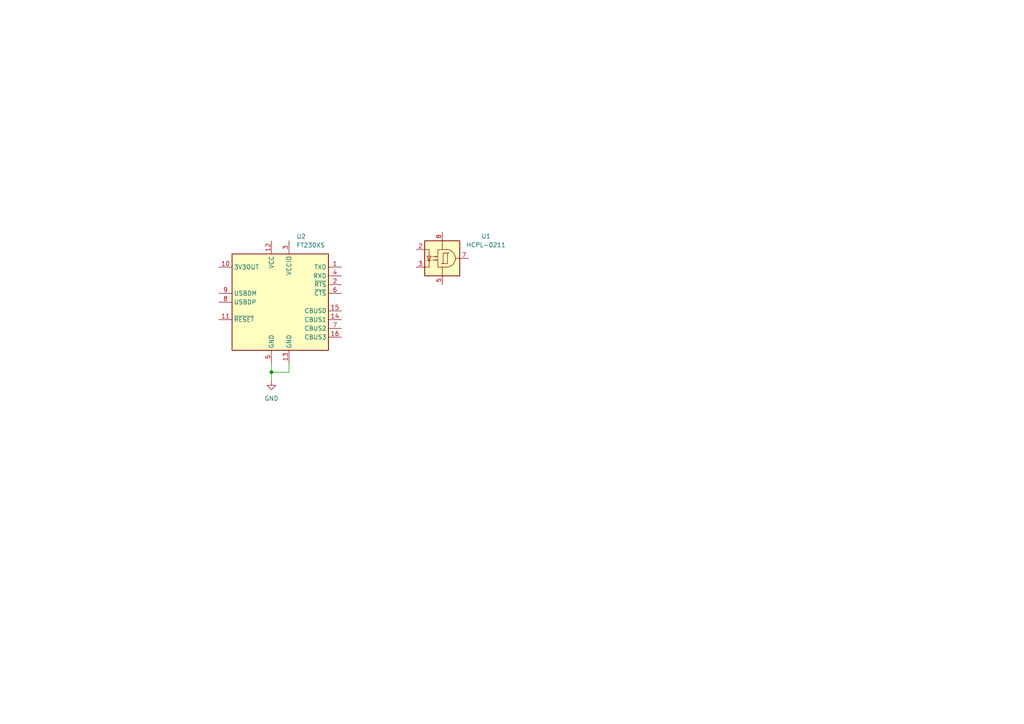
<source format=kicad_sch>
(kicad_sch (version 20250114) (generator "eeschema") (generator_version "9.0")
  (paper "A4")
  (lib_symbols
    (symbol "Interface_USB:FT230XS"
      (property "Reference" "U" (at -13.97 15.24 0))
      (property "Value" "FT230XS" (at 7.62 15.24 0))
      (symbol "FT230XS_0_1"
        (rectangle (start -13.97 13.97) (end 13.97 -13.97) (stroke (width 0.254)) (fill (type background)))
      )
      (symbol "FT230XS_1_1"
        (pin power_out line (at -17.78 10.16 0) (length 3.81) (name "3V3OUT") (number "10"))
        (pin bidirectional line (at -17.78 2.54 0) (length 3.81) (name "USBDM") (number "9"))
        (pin bidirectional line (at -17.78 0 0) (length 3.81) (name "USBDP") (number "8"))
        (pin input line (at -17.78 -5.08 0) (length 3.81) (name "~{RESET}") (number "11"))
        (pin power_in line (at -2.54 17.78 270) (length 3.81) (name "VCC") (number "12"))
        (pin power_in line (at -2.54 -17.78 90) (length 3.81) (name "GND") (number "5"))
        (pin power_in line (at 2.54 17.78 270) (length 3.81) (name "VCCIO") (number "3"))
        (pin power_in line (at 2.54 -17.78 90) (length 3.81) (name "GND") (number "13"))
        (pin output line (at 17.78 10.16 180) (length 3.81) (name "TXD") (number "1"))
        (pin input line (at 17.78 7.62 180) (length 3.81) (name "RXD") (number "4"))
        (pin output line (at 17.78 5.08 180) (length 3.81) (name "~{RTS}") (number "2"))
        (pin input line (at 17.78 2.54 180) (length 3.81) (name "~{CTS}") (number "6"))
        (pin bidirectional line (at 17.78 -2.54 180) (length 3.81) (name "CBUS0") (number "15"))
        (pin bidirectional line (at 17.78 -5.08 180) (length 3.81) (name "CBUS1") (number "14"))
        (pin bidirectional line (at 17.78 -7.62 180) (length 3.81) (name "CBUS2") (number "7"))
        (pin bidirectional line (at 17.78 -10.16 180) (length 3.81) (name "CBUS3") (number "16"))
      )
    )
    (symbol "Isolator:HCPL-0211"
      (property "Reference" "U" (at -5.08 6.35 0))
      (property "Value" "HCPL-0211" (at 6.35 6.35 0))
      (symbol "HCPL-0211_0_1"
        (rectangle (start 0.254 1.524) (end 1.524 -1.524))
        (polyline (pts (xy 0.254 -1.524) (xy -0.254 -1.524)))
        (polyline (pts (xy 1.524 1.524) (xy 2.032 1.524)))
        (polyline (pts (xy 5.08 0) (xy 3.81 0)))
      )
      (symbol "HCPL-0211_1_1"
        (rectangle (start -5.08 5.08) (end 5.08 -5.08) (stroke (width 0.254)) (fill (type background)))
        (polyline (pts (xy -5.08 -2.54) (xy -3.81 -2.54) (xy -3.81 2.54) (xy -5.08 2.54)))
        (polyline (pts (xy -4.445 -0.635) (xy -3.175 -0.635)))
        (polyline (pts (xy -3.81 -0.635) (xy -4.445 0.635) (xy -3.175 0.635) (xy -3.81 -0.635)))
        (polyline (pts (xy -2.794 0.508) (xy -1.524 0.508) (xy -1.905 0.381) (xy -1.905 0.635) (xy -1.524 0.508)))
        (polyline (pts (xy -2.794 -0.508) (xy -1.524 -0.508) (xy -1.905 -0.635) (xy -1.905 -0.381) (xy -1.524 -0.508)))
        (polyline (pts (xy 0 2.54) (xy 0 5.08)))
        (polyline (pts (xy 0 -2.54) (xy 0 -5.08) (xy 0 -3.81)))
        (arc (start 1.27 2.54) (mid 3.799 0) (end 1.27 -2.54))
        (polyline (pts (xy 1.27 -2.54) (xy -1.27 -2.54) (xy -1.27 2.54) (xy 1.27 2.54)))
        (pin passive line (at -7.62 2.54 0) (length 2.54) (name "~") (number "2"))
        (pin passive line (at -7.62 -2.54 0) (length 2.54) (name "~") (number "3"))
        (pin no_connect line (at -5.08 0 0) (length 2.54) (hide yes) (name "~") (number "1"))
        (pin no_connect line (at -5.08 -5.08 0) (length 2.54) (hide yes) (name "~") (number "4"))
        (pin power_in line (at 0 7.62 270) (length 2.54) (name "~") (number "8"))
        (pin power_in line (at 0 -7.62 90) (length 2.54) (name "~") (number "5"))
        (pin no_connect line (at 5.08 -2.54 180) (length 2.54) (hide yes) (name "~") (number "6"))
        (pin output line (at 7.62 0 180) (length 2.54) (name "~") (number "7"))
      )
    )
    (symbol "power:GND" (power) (pin_numbers (hide yes)) (pin_names (offset 0) (hide yes))
      (property "Value" "GND" (at 0 -3.81 0))
      (symbol "GND_0_1"
        (polyline (pts (xy 0 0) (xy 0 -1.27) (xy 1.27 -1.27) (xy 0 -2.54) (xy -1.27 -1.27) (xy 0 -1.27)))
      )
      (symbol "GND_1_1"
        (pin power_in line (at 0 0 270) (length 0) (name "~") (number "1"))
      )
    )
  )
  (junction (at 78.74 107.95))
  (wire (pts (xy 78.74 107.95) (xy 83.82 107.95)))
  (wire (pts (xy 78.74 105.41) (xy 78.74 107.95)))
  (wire (pts (xy 83.82 105.41) (xy 83.82 107.95)))
  (wire (pts (xy 78.74 107.95) (xy 78.74 110.49)))
  (symbol (lib_id "Interface_USB:FT230XS") (at 81.28 87.63 0) (unit 1)
    (property "Reference" "U2" (at 85.9633 68.58 0) (effects (justify left)))
    (property "Value" "FT230XS" (at 85.9633 71.12 0) (effects (justify left)))
    (property "Footprint" "Package_SO:SSOP-16_3.9x4.9mm_P0.635mm" (effects (hide yes)))
    (property "Datasheet" "https://www.ftdichip.com/Support/Documents/DataSheets/ICs/DS_FT230X.pdf" (effects (hide yes)))
    (property "Description" "Full Speed USB to Basic UART, SSOP-16" (effects (hide yes)))
  )
  (symbol (lib_id "power:GND") (at 78.74 110.49 0) (unit 1)
    (property "Reference" "#PWR01" (effects (hide yes)))
    (property "Value" "GND" (at 78.74 115.57 0))
    (property "Description" "Power symbol creates a global label with name \"GND\" , ground" (effects (hide yes)))
  )
  (symbol (lib_id "Isolator:HCPL-0211") (at 128.27 74.93 0) (unit 1)
    (property "Reference" "U1" (at 140.97 68.5098 0))
    (property "Value" "HCPL-0211" (at 140.97 71.0498 0))
    (property "Footprint" "Package_SO:SOIC-8_3.9x4.9mm_P1.27mm" (effects (hide yes)))
    (property "Datasheet" "https://docs.broadcom.com/docs/AV02-0674EN" (effects (hide yes)))
    (property "Description" "Opto Coupler, 5kV/us, 300V CMR, Schmitt trigger output, SOIC-8" (effects (hide yes)))
  )
)
</source>
